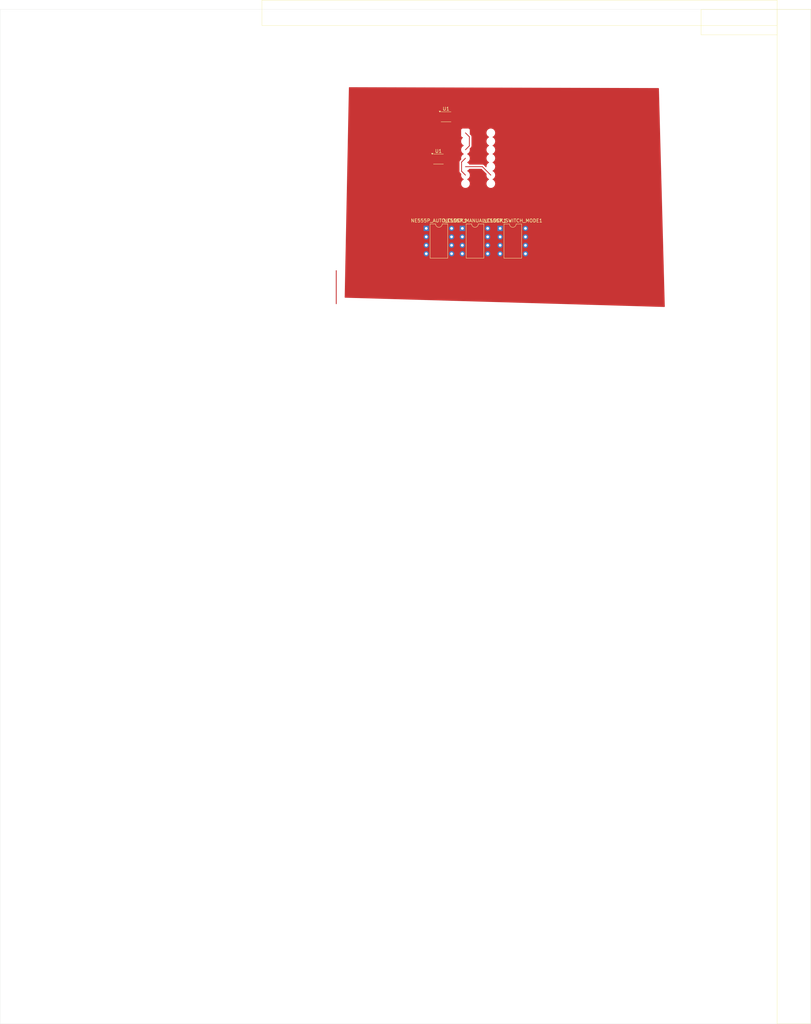
<source format=kicad_pcb>
(kicad_pcb (version 20240108) (generator "pcbnew") (generator_version "8.0")
  (title_block (title "TCE") (date "2024-07-16") (rev "0.0") (company "Trivial Computing"))
  (layers (0 "F.Cu" signal "SIGNAL_H") (1 "In1.Cu" power "GND") (2 "In2.Cu" power "VCC") (31 "B.Cu" signal "SIGNAL_V") (36 "B.SilkS" user "B.Silkscreen") (37 "F.SilkS" user "F.Silkscreen") (38 "B.Mask" user) (39 "F.Mask" user) (44 "Edge.Cuts" user))
  (net 0 "")
  (net 2 "GND")
  (net 3 "+5V")
  (net 4 "Net-(U1-Pad4)")
  (net 5 "Net-(U1-Pad5)")
  (net 14 "Net-(NE555P_MANUAL_CLOCK1-DIS)")
  (net 16 "Net-(NE555P_MANUAL_CLOCK1-TR)")
  (net 17 "Net-(NE555P_MANUAL_CLOCK1-R)")
  (net 18 "Net-(NE555P_MANUAL_CLOCK1-CV)")
  (net 27 "SUB")
  (net 28 "Cin")
  (net 30 "Net-(U1-Pad6)")
  (net 31 "B")
  (net 32 "Net-(U1-Pad3)")
  (footprint "Package_DIP:DIP-8_W7.62mm" (layer "F.Cu") (at 175.778 91.196)
    (property "Reference" "NE555P_SWITCH_MODE1" (at 3.81 -2.33 0) (layer "F.SilkS"))
    (property "Value" "NE555P")
    (fp_line (start 1.16 -1.33) (end 1.16 8.95) (stroke (width 0.12)) (layer "F.SilkS"))
    (fp_line (start 1.16 8.95) (end 6.46 8.95) (stroke (width 0.12)) (layer "F.SilkS"))
    (fp_line (start 2.81 -1.33) (end 1.16 -1.33) (stroke (width 0.12)) (layer "F.SilkS"))
    (fp_line (start 6.46 -1.33) (end 4.81 -1.33) (stroke (width 0.12)) (layer "F.SilkS"))
    (fp_line (start 6.46 8.95) (end 6.46 -1.33) (stroke (width 0.12)) (layer "F.SilkS"))
    (fp_arc (start 4.81 -1.33) (mid 3.81 -0.33) (end 2.81 -1.33) (stroke (width 0.12)) (layer "F.SilkS"))
    (pad "1" thru_hole rect (at 0 0) (size 1.6 1.6) (drill 0.8) (layers "*.Cu" "*.Mask"))
    (pad "2" thru_hole oval (at 0 2.54) (size 1.6 1.6) (drill 0.8) (layers "*.Cu" "*.Mask"))
    (pad "3" thru_hole oval (at 0 5.08) (size 1.6 1.6) (drill 0.8) (layers "*.Cu" "*.Mask"))
    (pad "4" thru_hole oval (at 0 7.62) (size 1.6 1.6) (drill 0.8) (layers "*.Cu" "*.Mask"))
    (pad "5" thru_hole oval (at 7.62 7.62) (size 1.6 1.6) (drill 0.8) (layers "*.Cu" "*.Mask"))
    (pad "6" thru_hole oval (at 7.62 5.08) (size 1.6 1.6) (drill 0.8) (layers "*.Cu" "*.Mask"))
    (pad "7" thru_hole oval (at 7.62 2.54) (size 1.6 1.6) (drill 0.8) (layers "*.Cu" "*.Mask"))
    (pad "8" thru_hole oval (at 7.62 0) (size 1.6 1.6) (drill 0.8) (layers "*.Cu" "*.Mask"))
  )
  (footprint "Package_SO:SSOP-8_2.95x2.8mm_P0.65mm" (layer "F.Cu") (at 159.512 57.658)
    (property "Reference" "U1" (at 0 -2.4 0) (layer "F.SilkS"))
    (property "Value" "74LS32")
    (fp_line (start 1.5 -1.5) (end -1.5 -1.5) (stroke (width 0.12)) (layer "F.SilkS"))
    (fp_line (start 1.5 1.5) (end -1.5 1.5) (stroke (width 0.12)) (layer "F.SilkS"))
    (fp_poly (pts (xy -1.85 -1.4) (xy -2.09 -1.73) (xy -1.61 -1.73) (xy -1.85 -1.4)) (stroke (width 0.12)) (fill solid) (layer "F.SilkS"))
    (pad "1" smd rect (at -1.7 -0.975 270) (size 0.3 1.6) (layers "F.Cu" "F.Paste" "F.Mask") (net 31 "B"))
    (pad "2" smd rect (at -1.7 -0.325 270) (size 0.3 1.6) (layers "F.Cu" "F.Paste" "F.Mask") (net 27 "SUB"))
    (pad "3" smd rect (at -1.7 0.325 270) (size 0.3 1.6) (layers "F.Cu" "F.Paste" "F.Mask") (net 32 "Net-(U1-Pad3)"))
    (pad "4" smd rect (at -1.7 0.975 270) (size 0.3 1.6) (layers "F.Cu" "F.Paste" "F.Mask") (net 28 "Cin"))
    (pad "5" smd rect (at 1.7 0.975 270) (size 0.3 1.6) (layers "F.Cu" "F.Paste" "F.Mask") (net 27 "SUB"))
    (pad "6" smd rect (at 1.7 0.325 270) (size 0.3 1.6) (layers "F.Cu" "F.Paste" "F.Mask") (net 30 "Net-(U1-Pad6)"))
    (pad "7" smd rect (at 1.7 -0.325 270) (size 0.3 1.6) (layers "F.Cu" "F.Paste" "F.Mask"))
    (pad "8" smd rect (at 1.7 -0.975 270) (size 0.3 1.6) (layers "F.Cu" "F.Paste" "F.Mask"))
  )
  (footprint "Package_DIP:DIP-8_W7.62mm" (layer "F.Cu") (at 153.56 91.186)
    (property "Reference" "NE555P_AUTO_CLOCK1" (at 3.81 -2.33 0) (layer "F.SilkS"))
    (property "Value" "NE555P")
    (fp_line (start 1.16 -1.33) (end 1.16 8.95) (stroke (width 0.12)) (layer "F.SilkS"))
    (fp_line (start 1.16 8.95) (end 6.46 8.95) (stroke (width 0.12)) (layer "F.SilkS"))
    (fp_line (start 2.81 -1.33) (end 1.16 -1.33) (stroke (width 0.12)) (layer "F.SilkS"))
    (fp_line (start 6.46 -1.33) (end 4.81 -1.33) (stroke (width 0.12)) (layer "F.SilkS"))
    (fp_line (start 6.46 8.95) (end 6.46 -1.33) (stroke (width 0.12)) (layer "F.SilkS"))
    (fp_arc (start 4.81 -1.33) (mid 3.81 -0.33) (end 2.81 -1.33) (stroke (width 0.12)) (layer "F.SilkS"))
    (pad "1" thru_hole rect (at 0 0) (size 1.6 1.6) (drill 0.8) (layers "*.Cu" "*.Mask"))
    (pad "2" thru_hole oval (at 0 2.54) (size 1.6 1.6) (drill 0.8) (layers "*.Cu" "*.Mask"))
    (pad "3" thru_hole oval (at 0 5.08) (size 1.6 1.6) (drill 0.8) (layers "*.Cu" "*.Mask"))
    (pad "4" thru_hole oval (at 0 7.62) (size 1.6 1.6) (drill 0.8) (layers "*.Cu" "*.Mask"))
    (pad "5" thru_hole oval (at 7.62 7.62) (size 1.6 1.6) (drill 0.8) (layers "*.Cu" "*.Mask"))
    (pad "6" thru_hole oval (at 7.62 5.08) (size 1.6 1.6) (drill 0.8) (layers "*.Cu" "*.Mask"))
    (pad "7" thru_hole oval (at 7.62 2.54) (size 1.6 1.6) (drill 0.8) (layers "*.Cu" "*.Mask"))
    (pad "8" thru_hole oval (at 7.62 0) (size 1.6 1.6) (drill 0.8) (layers "*.Cu" "*.Mask"))
  )
  (footprint "Package_DIP:DIP-8_W7.62mm" (layer "F.Cu") (at 164.41 91.186)
    (property "Reference" "NE555P_MANUAL_CLOCK1" (at 3.81 -2.33 0) (layer "F.SilkS"))
    (property "Value" "NE555P")
    (fp_line (start 1.16 -1.33) (end 1.16 8.95) (stroke (width 0.12)) (layer "F.SilkS"))
    (fp_line (start 1.16 8.95) (end 6.46 8.95) (stroke (width 0.12)) (layer "F.SilkS"))
    (fp_line (start 2.81 -1.33) (end 1.16 -1.33) (stroke (width 0.12)) (layer "F.SilkS"))
    (fp_line (start 6.46 -1.33) (end 4.81 -1.33) (stroke (width 0.12)) (layer "F.SilkS"))
    (fp_line (start 6.46 8.95) (end 6.46 -1.33) (stroke (width 0.12)) (layer "F.SilkS"))
    (fp_arc (start 4.81 -1.33) (mid 3.81 -0.33) (end 2.81 -1.33) (stroke (width 0.12)) (layer "F.SilkS"))
    (pad "1" thru_hole rect (at 0 0) (size 1.6 1.6) (drill 0.8) (layers "*.Cu" "*.Mask") (net 2 "GND"))
    (pad "2" thru_hole oval (at 0 2.54) (size 1.6 1.6) (drill 0.8) (layers "*.Cu" "*.Mask") (net 16 "Net-(NE555P_MANUAL_CLOCK1-TR)"))
    (pad "3" thru_hole oval (at 0 5.08) (size 1.6 1.6) (drill 0.8) (layers "*.Cu" "*.Mask"))
    (pad "4" thru_hole oval (at 0 7.62) (size 1.6 1.6) (drill 0.8) (layers "*.Cu" "*.Mask") (net 17 "Net-(NE555P_MANUAL_CLOCK1-R)"))
    (pad "5" thru_hole oval (at 7.62 7.62) (size 1.6 1.6) (drill 0.8) (layers "*.Cu" "*.Mask") (net 18 "Net-(NE555P_MANUAL_CLOCK1-CV)"))
    (pad "6" thru_hole oval (at 7.62 5.08) (size 1.6 1.6) (drill 0.8) (layers "*.Cu" "*.Mask") (net 14 "Net-(NE555P_MANUAL_CLOCK1-DIS)"))
    (pad "7" thru_hole oval (at 7.62 2.54) (size 1.6 1.6) (drill 0.8) (layers "*.Cu" "*.Mask") (net 14 "Net-(NE555P_MANUAL_CLOCK1-DIS)"))
    (pad "8" thru_hole oval (at 7.62 0) (size 1.6 1.6) (drill 0.8) (layers "*.Cu" "*.Mask") (net 17 "Net-(NE555P_MANUAL_CLOCK1-R)"))
  )
  (footprint "Package_SO:SSOP-8_2.95x2.8mm_P0.65mm" (layer "F.Cu") (at 157.226 70.358)
    (property "Reference" "U1" (at 0 -2.4 0) (layer "F.SilkS"))
    (property "Value" "74LS32")
    (fp_line (start 1.5 -1.5) (end -1.5 -1.5) (stroke (width 0.12)) (layer "F.SilkS"))
    (fp_line (start 1.5 1.5) (end -1.5 1.5) (stroke (width 0.12)) (layer "F.SilkS"))
    (fp_poly (pts (xy -1.85 -1.4) (xy -2.09 -1.73) (xy -1.61 -1.73) (xy -1.85 -1.4)) (stroke (width 0.12)) (fill solid) (layer "F.SilkS"))
    (pad "1" smd rect (at -1.7 -0.975 270) (size 0.3 1.6) (layers "F.Cu" "F.Paste" "F.Mask") (net 31 "B"))
    (pad "2" smd rect (at -1.7 -0.325 270) (size 0.3 1.6) (layers "F.Cu" "F.Paste" "F.Mask") (net 27 "SUB"))
    (pad "3" smd rect (at -1.7 0.325 270) (size 0.3 1.6) (layers "F.Cu" "F.Paste" "F.Mask") (net 32 "Net-(U1-Pad3)"))
    (pad "4" smd rect (at -1.7 0.975 270) (size 0.3 1.6) (layers "F.Cu" "F.Paste" "F.Mask") (net 28 "Cin"))
    (pad "5" smd rect (at 1.7 0.975 270) (size 0.3 1.6) (layers "F.Cu" "F.Paste" "F.Mask") (net 27 "SUB"))
    (pad "6" smd rect (at 1.7 0.325 270) (size 0.3 1.6) (layers "F.Cu" "F.Paste" "F.Mask") (net 30 "Net-(U1-Pad6)"))
    (pad "7" smd rect (at 1.7 -0.325 270) (size 0.3 1.6) (layers "F.Cu" "F.Paste" "F.Mask"))
    (pad "8" smd rect (at 1.7 -0.975 270) (size 0.3 1.6) (layers "F.Cu" "F.Paste" "F.Mask"))
  )
  (gr_rect (start 104.14 22.606) (end 259.08 30.226) (stroke (width 0.1)) (fill none) (layer "F.SilkS"))
  (gr_rect (start 259.08 25.4) (end 269.24 330.2) (stroke (width 0.1)) (fill none) (layer "F.SilkS"))
  (gr_rect (start 236.22 25.4) (end 259.08 33.02) (stroke (width 0.1)) (fill none) (layer "F.SilkS"))
  (gr_rect (start 25.4 25.4) (end 269.24 330.2) (stroke (width 0.05)) (fill none) (layer "Edge.Cuts"))
  (segment (start 126.492 113.834) (end 126.492 103.886) (width 0.254) (layer "F.Cu") (net 0))
  (segment (start 164.173 71.285) (end 164.173 74.003) (width 0.254) (layer "F.Cu") (net 4))
  (segment (start 164.173 74.003) (end 165.354 75.184) (width 0.254) (layer "F.Cu") (net 4))
  (segment (start 165.354 70.104) (end 164.173 71.285) (width 0.254) (layer "F.Cu") (net 4))
  (segment (start 165.354 72.644) (end 170.434 72.644) (width 0.254) (layer "F.Cu") (net 5))
  (segment (start 170.434 72.644) (end 172.974 75.184) (width 0.254) (layer "F.Cu") (net 5))
  (segment (start 166.535 63.665) (end 165.354 62.484) (width 0.254) (layer "F.Cu") (net 27))
  (segment (start 166.535 66.383) (end 166.535 63.665) (width 0.254) (layer "F.Cu") (net 27))
  (segment (start 165.354 67.564) (end 166.535 66.383) (width 0.254) (layer "F.Cu") (net 27))
  (zone (net 0) (net_name "") (layer "F.Cu") (name "SIGNAL_H") (priority 2) (connect_pads (clearance 0.5)) (min_thickness 0.25) (fill yes (thermal_gap 0.5) (thermal_bridge_width 0.5) (island_removal_mode 1) (island_area_min 10))
    (polygon (pts (xy 130.302 48.768) (xy 223.52 49.022) (xy 225.298 114.808) (xy 129.032 112.014)))
  )
)
</source>
